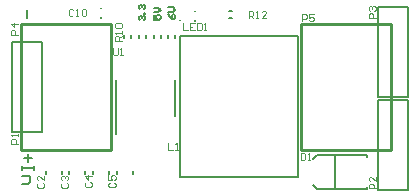
<source format=gto>
G04*
G04 #@! TF.GenerationSoftware,Altium Limited,Altium Designer,20.0.7 (75)*
G04*
G04 Layer_Color=65535*
%FSLAX44Y44*%
%MOMM*%
G71*
G01*
G75*
%ADD10C,0.2000*%
%ADD11C,0.1500*%
%ADD12C,0.2540*%
%ADD13C,0.2032*%
%ADD14C,0.1270*%
%ADD15C,0.1200*%
D10*
X114500Y131000D02*
Y134000D01*
X108500Y131000D02*
Y134000D01*
X127000Y131000D02*
Y134000D01*
X121000Y131000D02*
Y134000D01*
X139500Y131000D02*
Y134000D01*
X133500Y131000D02*
Y134000D01*
X311300Y2300D02*
Y78499D01*
Y2300D02*
X336700D01*
Y78499D01*
X311300D02*
X336700D01*
X311300Y81501D02*
Y157700D01*
Y81501D02*
X336700D01*
Y157700D01*
X311300D02*
X336700D01*
X26700Y51501D02*
Y127700D01*
X1300D02*
X26700D01*
X1300Y51501D02*
Y127700D01*
Y51501D02*
X26700D01*
X43250Y16250D02*
Y18750D01*
X29750Y16250D02*
Y18750D01*
X63250Y16250D02*
Y18750D01*
X49750Y16250D02*
Y18750D01*
X83250Y16250D02*
Y18750D01*
X69750Y16250D02*
Y18750D01*
X103250Y16250D02*
Y18750D01*
X89750Y16250D02*
Y18750D01*
X76499Y148373D02*
X76500Y148750D01*
Y156250D02*
X76501Y156627D01*
X102000Y131000D02*
Y134000D01*
X96000Y131000D02*
Y134000D01*
X184500Y154000D02*
X187500D01*
X184500Y148000D02*
X187500D01*
X143249Y146312D02*
X143251Y146689D01*
X156000Y153750D02*
X156001Y154127D01*
X155999Y145873D02*
X156000Y146250D01*
X13500Y154750D02*
Y148085D01*
X14498Y32500D02*
Y25835D01*
X17831Y29168D02*
X11166D01*
X19497Y22503D02*
Y19171D01*
Y20837D01*
X9500D01*
Y22503D01*
Y19171D01*
Y14173D02*
X16164D01*
Y9174D01*
X14498Y7508D01*
X9500D01*
D11*
X143000Y13000D02*
X193000D01*
X143000D02*
Y133000D01*
X243000D01*
Y13000D02*
Y133000D01*
X193000Y13000D02*
X243000D01*
X138892Y64760D02*
Y95240D01*
X89108Y50000D02*
Y95240D01*
D12*
X322100Y36260D02*
Y142940D01*
X245900Y36260D02*
X322100D01*
X245900D02*
Y142940D01*
X322100D01*
X84600Y36260D02*
Y142940D01*
X8400Y36260D02*
X84600D01*
X8400D02*
Y142940D01*
X84600D01*
D13*
X274750Y2900D02*
Y32100D01*
X261220D02*
X302000D01*
X261220Y2900D02*
X302000D01*
Y4800D01*
Y30200D02*
Y32100D01*
X256000Y6250D02*
X259350Y2900D01*
X261220D01*
X256000Y28750D02*
X259350Y32100D01*
X261220D01*
D14*
X109815Y146520D02*
X108982Y147353D01*
Y149019D01*
X109815Y149852D01*
X110648D01*
X111481Y149019D01*
Y148186D01*
Y149019D01*
X112314Y149852D01*
X113147D01*
X113980Y149019D01*
Y147353D01*
X113147Y146520D01*
X113980Y151518D02*
X113147D01*
Y152351D01*
X113980D01*
Y151518D01*
X109815Y155684D02*
X108982Y156517D01*
Y158183D01*
X109815Y159016D01*
X110648D01*
X111481Y158183D01*
Y157350D01*
Y158183D01*
X112314Y159016D01*
X113147D01*
X113980Y158183D01*
Y156517D01*
X113147Y155684D01*
X120982Y150769D02*
Y146770D01*
X123981D01*
X122981Y148769D01*
Y149769D01*
X123981Y150769D01*
X125980D01*
X126980Y149769D01*
Y147770D01*
X125980Y146770D01*
X120982Y152768D02*
X124981D01*
X126980Y154767D01*
X124981Y156767D01*
X120982D01*
X133482Y151019D02*
X134482Y149019D01*
X136481Y147020D01*
X138480D01*
X139480Y148020D01*
Y150019D01*
X138480Y151019D01*
X137481D01*
X136481Y150019D01*
Y147020D01*
X133482Y153018D02*
X137481D01*
X139480Y155017D01*
X137481Y157017D01*
X133482D01*
D15*
X86751Y122499D02*
Y117501D01*
X87751Y116501D01*
X89750D01*
X90750Y117501D01*
Y122499D01*
X92749Y116501D02*
X94749D01*
X93749D01*
Y122499D01*
X92749Y121499D01*
X201502Y148001D02*
Y153999D01*
X204501D01*
X205501Y152999D01*
Y151000D01*
X204501Y150000D01*
X201502D01*
X203502D02*
X205501Y148001D01*
X207500D02*
X209500D01*
X208500D01*
Y153999D01*
X207500Y152999D01*
X216498Y148001D02*
X212499D01*
X216498Y152000D01*
Y152999D01*
X215498Y153999D01*
X213498D01*
X212499Y152999D01*
X93999Y128752D02*
X88001D01*
Y131751D01*
X89001Y132751D01*
X91000D01*
X92000Y131751D01*
Y128752D01*
Y130752D02*
X93999Y132751D01*
Y134750D02*
Y136750D01*
Y135750D01*
X88001D01*
X89001Y134750D01*
Y139749D02*
X88001Y140749D01*
Y142748D01*
X89001Y143748D01*
X92999D01*
X93999Y142748D01*
Y140749D01*
X92999Y139749D01*
X89001D01*
X246502Y145251D02*
Y151249D01*
X249501D01*
X250500Y150249D01*
Y148250D01*
X249501Y147250D01*
X246502D01*
X256498Y151249D02*
X252500D01*
Y148250D01*
X254499Y149250D01*
X255499D01*
X256498Y148250D01*
Y146251D01*
X255499Y145251D01*
X253499D01*
X252500Y146251D01*
X5999Y134002D02*
X1D01*
Y137001D01*
X1001Y138000D01*
X3000D01*
X4000Y137001D01*
Y134002D01*
X5999Y142999D02*
X1D01*
X3000Y140000D01*
Y143998D01*
X308999Y148002D02*
X303001D01*
Y151001D01*
X304001Y152000D01*
X306000D01*
X307000Y151001D01*
Y148002D01*
X304001Y154000D02*
X303001Y154999D01*
Y156999D01*
X304001Y157998D01*
X305000D01*
X306000Y156999D01*
Y155999D01*
Y156999D01*
X307000Y157998D01*
X307999D01*
X308999Y156999D01*
Y154999D01*
X307999Y154000D01*
X309249Y3752D02*
X303251D01*
Y6751D01*
X304251Y7750D01*
X306250D01*
X307250Y6751D01*
Y3752D01*
X309249Y13748D02*
Y9750D01*
X305250Y13748D01*
X304251D01*
X303251Y12749D01*
Y10749D01*
X304251Y9750D01*
X6249Y41751D02*
X251D01*
Y44750D01*
X1251Y45750D01*
X3250D01*
X4250Y44750D01*
Y41751D01*
X6249Y47749D02*
Y49749D01*
Y48749D01*
X251D01*
X1251Y47749D01*
X145753Y143749D02*
Y137751D01*
X149752D01*
X155750Y143749D02*
X151751D01*
Y137751D01*
X155750D01*
X151751Y140750D02*
X153751D01*
X157749Y143749D02*
Y137751D01*
X160748D01*
X161748Y138751D01*
Y142749D01*
X160748Y143749D01*
X157749D01*
X163747Y137751D02*
X165747D01*
X164747D01*
Y143749D01*
X163747Y142749D01*
X133501Y41999D02*
Y36001D01*
X137500D01*
X139499D02*
X141499D01*
X140499D01*
Y41999D01*
X139499Y40999D01*
X245501Y33749D02*
Y27751D01*
X248500D01*
X249500Y28751D01*
Y32749D01*
X248500Y33749D01*
X245501D01*
X251499Y27751D02*
X253499D01*
X252499D01*
Y33749D01*
X251499Y32749D01*
X53001Y154499D02*
X52002Y155499D01*
X50002D01*
X49002Y154499D01*
Y150501D01*
X50002Y149501D01*
X52002D01*
X53001Y150501D01*
X55001Y149501D02*
X57000D01*
X56000D01*
Y155499D01*
X55001Y154499D01*
X59999D02*
X60999Y155499D01*
X62998D01*
X63998Y154499D01*
Y150501D01*
X62998Y149501D01*
X60999D01*
X59999Y150501D01*
Y154499D01*
X83751Y8750D02*
X82751Y7751D01*
Y5751D01*
X83751Y4752D01*
X87749D01*
X88749Y5751D01*
Y7751D01*
X87749Y8750D01*
X82751Y14748D02*
Y10750D01*
X85750D01*
X84750Y12749D01*
Y13749D01*
X85750Y14748D01*
X87749D01*
X88749Y13749D01*
Y11749D01*
X87749Y10750D01*
X63501Y9000D02*
X62501Y8001D01*
Y6001D01*
X63501Y5002D01*
X67499D01*
X68499Y6001D01*
Y8001D01*
X67499Y9000D01*
X68499Y13999D02*
X62501D01*
X65500Y11000D01*
Y14998D01*
X43751Y8500D02*
X42751Y7501D01*
Y5501D01*
X43751Y4502D01*
X47749D01*
X48749Y5501D01*
Y7501D01*
X47749Y8500D01*
X43751Y10500D02*
X42751Y11499D01*
Y13499D01*
X43751Y14498D01*
X44750D01*
X45750Y13499D01*
Y12499D01*
Y13499D01*
X46750Y14498D01*
X47749D01*
X48749Y13499D01*
Y11499D01*
X47749Y10500D01*
X23001Y8500D02*
X22001Y7501D01*
Y5501D01*
X23001Y4502D01*
X26999D01*
X27999Y5501D01*
Y7501D01*
X26999Y8500D01*
X27999Y14498D02*
Y10500D01*
X24000Y14498D01*
X23001D01*
X22001Y13499D01*
Y11499D01*
X23001Y10500D01*
M02*

</source>
